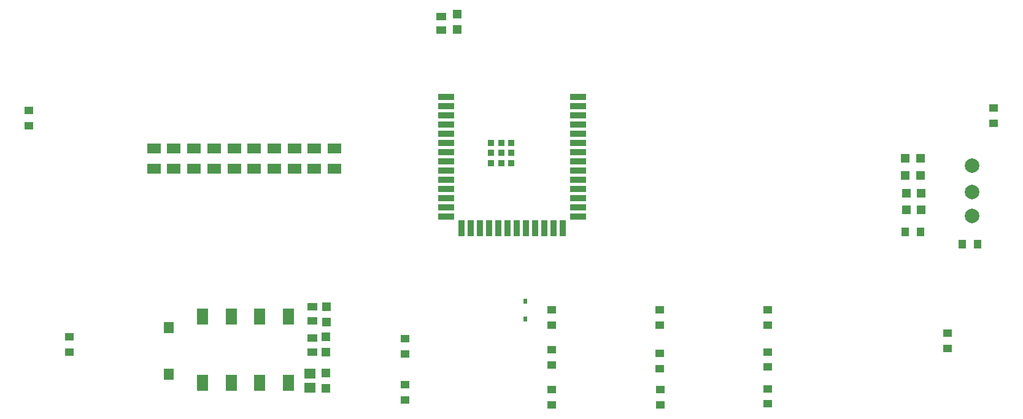
<source format=gbr>
%FSTAX23Y23*%
%MOIN*%
%SFA1B1*%

%IPPOS*%
%ADD20R,0.043307X0.051181*%
%ADD21R,0.055441X0.039626*%
%ADD22R,0.051181X0.043307*%
%ADD23R,0.047244X0.047244*%
%ADD24R,0.062992X0.086614*%
%ADD25R,0.062992X0.085827*%
%ADD26R,0.047244X0.047244*%
%ADD27R,0.061024X0.053150*%
%ADD28R,0.075197X0.053937*%
%ADD29R,0.023622X0.031496*%
%ADD30C,0.078740*%
%ADD31R,0.035433X0.035433*%
%ADD32R,0.035433X0.088582*%
%ADD33R,0.088582X0.035433*%
%ADD34R,0.055118X0.059055*%
%ADD35R,0.057087X0.041339*%
%LNbrushed_pcb_paste_top-1*%
%LPD*%
G54D20*
X0222Y-00134D03*
X02137D03*
X02529Y-002D03*
X02446D03*
G54D21*
X-01085Y-00785D03*
Y-0071D03*
X-01084Y-00541D03*
Y-00616D03*
G54D22*
X-00581Y-01047D03*
Y-00964D03*
X02617Y00457D03*
Y00539D03*
X-02404Y-00785D03*
Y-00702D03*
X-02623Y00445D03*
Y00528D03*
X00802Y-00556D03*
Y-00639D03*
X00216Y-00556D03*
Y-00639D03*
X0139Y-00556D03*
Y-00639D03*
X02366Y-00683D03*
Y-00765D03*
X00216Y-00857D03*
Y-00774D03*
X0139Y-00868D03*
Y-00785D03*
X00802Y-00877D03*
Y-00794D03*
X00805Y-01074D03*
Y-00991D03*
X0139Y-01068D03*
Y-00985D03*
X-00581Y-00795D03*
Y-00712D03*
X00216Y-00991D03*
Y-01074D03*
G54D23*
X0222Y00266D03*
X02137D03*
X0222Y00172D03*
X02137D03*
X02224Y00077D03*
X02141D03*
X02224Y-00012D03*
X02141D03*
G54D24*
X-01525Y-00592D03*
X-0137Y-00954D03*
X-01214D03*
X-01682Y-00592D03*
G54D25*
X-01525Y-00954D03*
X-0137Y-00592D03*
X-01214D03*
X-01682Y-00954D03*
G54D26*
X-0101Y-00785D03*
Y-00702D03*
X-01009Y-00624D03*
Y-00541D03*
X-01011Y-009D03*
Y-00983D03*
X-00299Y00968D03*
Y01051D03*
G54D27*
X-01096Y-00979D03*
Y-00902D03*
G54D28*
X-01291Y0032D03*
Y00209D03*
X-014Y0032D03*
Y00209D03*
X-01509Y0032D03*
Y00209D03*
X-01618Y0032D03*
Y00209D03*
X-01836Y0032D03*
Y00209D03*
X-01945Y0032D03*
Y00209D03*
X-01727Y0032D03*
Y00209D03*
X-01073Y0032D03*
Y00209D03*
X-01182Y0032D03*
Y00209D03*
X-00964Y0032D03*
Y00209D03*
G54D29*
X00074Y-00608D03*
Y-00509D03*
G54D30*
X025Y00228D03*
Y00082D03*
Y-00047D03*
G54D31*
X-00003Y00351D03*
X-00059D03*
X-00114D03*
X-00003Y00241D03*
X-00059D03*
X-00114D03*
X-00003Y00296D03*
X-00114D03*
X-00059D03*
G54D32*
X00275Y-00114D03*
X00225D03*
X00175D03*
X00125D03*
X00075D03*
X00025D03*
X-00025D03*
X-00075D03*
X-00125D03*
X-00175D03*
X-00225D03*
X-00275D03*
G54D33*
X0036Y006D03*
Y-00049D03*
Y0D03*
Y0005D03*
Y001D03*
Y0015D03*
Y002D03*
Y0025D03*
Y003D03*
Y0035D03*
Y004D03*
Y0045D03*
Y005D03*
Y0055D03*
X-00359Y0045D03*
Y004D03*
Y0035D03*
Y003D03*
Y0025D03*
Y002D03*
Y0015D03*
Y001D03*
Y0005D03*
Y0D03*
Y-00049D03*
Y005D03*
Y0055D03*
Y006D03*
G54D34*
X-01863Y-00908D03*
Y-00653D03*
G54D35*
X-00385Y01037D03*
Y00964D03*
M02*
</source>
